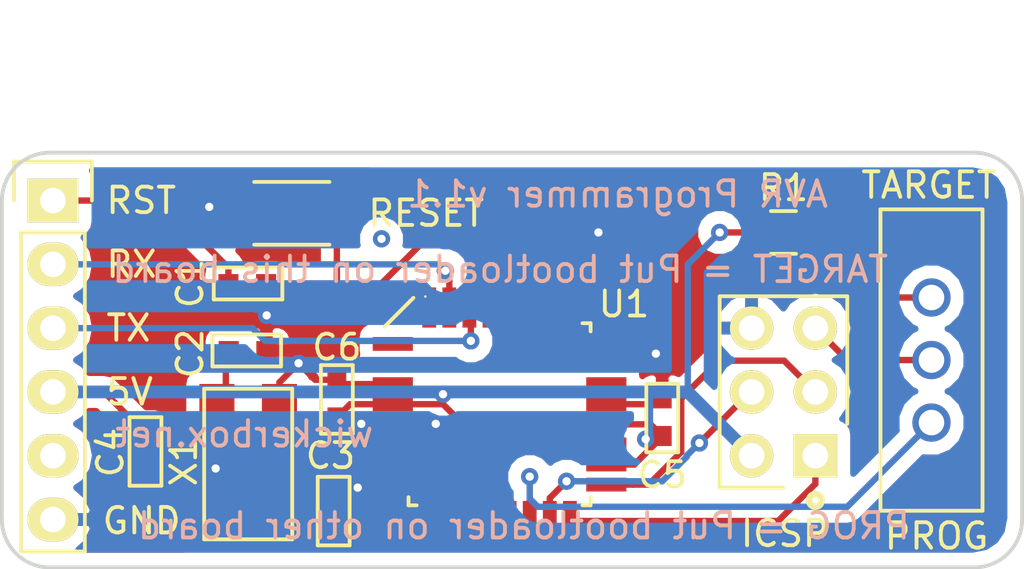
<source format=kicad_pcb>
(kicad_pcb (version 4) (host pcbnew 4.0.5-e0-6337~49~ubuntu16.04.1)

  (general
    (links 37)
    (no_connects 0)
    (area 99.338 69.5198 178.510001 123.265001)
    (thickness 1.6)
    (drawings 49)
    (tracks 151)
    (zones 0)
    (modules 13)
    (nets 14)
  )

  (page USLetter)
  (title_block
    (title "Atmega328-based AVR Programmer")
    (date "09 Jan 2017")
    (rev v1.0)
    (company "CERN Open Hardware License v1.2")
    (comment 1 jenner@wickerbox.net)
    (comment 2 http://wickerbox.net)
    (comment 3 "Wickerbox Electronics")
  )

  (layers
    (0 F.Cu signal)
    (31 B.Cu signal)
    (34 B.Paste user)
    (35 F.Paste user)
    (36 B.SilkS user)
    (37 F.SilkS user)
    (38 B.Mask user)
    (39 F.Mask user)
    (44 Edge.Cuts user)
    (46 B.CrtYd user)
    (47 F.CrtYd user)
    (48 B.Fab user hide)
    (49 F.Fab user)
  )

  (setup
    (last_trace_width 0.254)
    (user_trace_width 0.1524)
    (user_trace_width 0.254)
    (user_trace_width 0.3302)
    (user_trace_width 0.508)
    (user_trace_width 0.762)
    (user_trace_width 1.27)
    (trace_clearance 0.254)
    (zone_clearance 0.508)
    (zone_45_only no)
    (trace_min 0.1524)
    (segment_width 0.1524)
    (edge_width 0.1524)
    (via_size 0.6858)
    (via_drill 0.3302)
    (via_min_size 0.6858)
    (via_min_drill 0.3302)
    (user_via 0.6858 0.3302)
    (user_via 0.762 0.4064)
    (user_via 0.8636 0.508)
    (uvia_size 0.6858)
    (uvia_drill 0.3302)
    (uvias_allowed no)
    (uvia_min_size 0)
    (uvia_min_drill 0)
    (pcb_text_width 0.1524)
    (pcb_text_size 1.016 1.016)
    (mod_edge_width 0.1524)
    (mod_text_size 1.016 1.016)
    (mod_text_width 0.1524)
    (pad_size 1.524 1.524)
    (pad_drill 0.762)
    (pad_to_mask_clearance 0.0508)
    (solder_mask_min_width 0.1016)
    (pad_to_paste_clearance -0.0762)
    (aux_axis_origin 0 0)
    (visible_elements FFFEDF7D)
    (pcbplotparams
      (layerselection 0x310fc_80000001)
      (usegerberextensions true)
      (excludeedgelayer true)
      (linewidth 0.100000)
      (plotframeref false)
      (viasonmask false)
      (mode 1)
      (useauxorigin false)
      (hpglpennumber 1)
      (hpglpenspeed 20)
      (hpglpendiameter 15)
      (hpglpenoverlay 2)
      (psnegative false)
      (psa4output false)
      (plotreference true)
      (plotvalue true)
      (plotinvisibletext false)
      (padsonsilk false)
      (subtractmaskfromsilk false)
      (outputformat 1)
      (mirror false)
      (drillshape 0)
      (scaleselection 1)
      (outputdirectory gerbers))
  )

  (net 0 "")
  (net 1 /~RESET)
  (net 2 /FTDI_RESET)
  (net 3 "Net-(C2-Pad1)")
  (net 4 GND)
  (net 5 "Net-(C3-Pad1)")
  (net 6 /FTDI_RX/D1_TX)
  (net 7 /FTDI_TX/D0_RX)
  (net 8 /MISO)
  (net 9 /SCK)
  (net 10 /MOSI)
  (net 11 VIN)
  (net 12 /ISP_RST)
  (net 13 CS_D10)

  (net_class Default "This is the default net class."
    (clearance 0.254)
    (trace_width 0.254)
    (via_dia 0.6858)
    (via_drill 0.3302)
    (uvia_dia 0.6858)
    (uvia_drill 0.3302)
    (add_net /FTDI_RESET)
    (add_net /FTDI_RX/D1_TX)
    (add_net /FTDI_TX/D0_RX)
    (add_net /ISP_RST)
    (add_net /MISO)
    (add_net /MOSI)
    (add_net /SCK)
    (add_net /~RESET)
    (add_net CS_D10)
    (add_net GND)
    (add_net "Net-(C2-Pad1)")
    (add_net "Net-(C3-Pad1)")
    (add_net VIN)
  )

  (module Wickerlib:SWITCH-OMRON-MOMENTARY-SMD-B3U-1000P (layer F.Cu) (tedit 587457BC) (tstamp 587451C6)
    (at 110.9 77.978)
    (descr SW-B3F-10XX)
    (tags "Omron B3F-10xx")
    (path /572E9065)
    (fp_text reference S1 (at 1.778 0) (layer F.Fab)
      (effects (font (size 1 1) (thickness 0.15)))
    )
    (fp_text value RESET (at 1.524 0) (layer F.Fab) hide
      (effects (font (size 1 1) (thickness 0.15)))
    )
    (fp_text user %R (at 5.686 0) (layer F.SilkS) hide
      (effects (font (size 1 1) (thickness 0.15)))
    )
    (fp_line (start -0.762 -1.524) (end 4.318 -1.524) (layer F.Fab) (width 0.05))
    (fp_line (start -0.762 1.524) (end -0.762 -1.524) (layer F.Fab) (width 0.05))
    (fp_line (start 4.318 1.524) (end -0.762 1.524) (layer F.Fab) (width 0.05))
    (fp_line (start 4.318 -1.524) (end 4.318 1.524) (layer F.Fab) (width 0.05))
    (fp_line (start 4.318 1.524) (end 4.318 -1.524) (layer F.CrtYd) (width 0.05))
    (fp_line (start -0.762 1.524) (end 4.318 1.524) (layer F.CrtYd) (width 0.05))
    (fp_line (start -0.762 -1.524) (end -0.762 1.524) (layer F.CrtYd) (width 0.05))
    (fp_line (start 4.318 -1.524) (end -0.762 -1.524) (layer F.CrtYd) (width 0.05))
    (fp_line (start 0.10668 1.25) (end 3.10668 1.25) (layer F.SilkS) (width 0.15))
    (fp_line (start 0.10668 -1.25) (end 3.10668 -1.25) (layer F.SilkS) (width 0.15))
    (fp_line (start 0 2) (end 0 2) (layer F.SilkS) (width 0))
    (fp_line (start 6.92202 3.31318) (end 6.92202 3.31318) (layer F.SilkS) (width 0))
    (pad 2 smd rect (at 3.4 0) (size 0.8 1.7) (layers F.Cu F.Paste F.Mask)
      (net 1 /~RESET))
    (pad 1 smd rect (at 0 0) (size 0.8 1.7) (layers F.Cu F.Paste F.Mask)
      (net 4 GND))
  )

  (module Wickerlib:RLC-0603-SMD (layer F.Cu) (tedit 579029AB) (tstamp 58745182)
    (at 110.732 80.772 180)
    (descr "Capacitor SMD RLC-0603-SMD, reflow soldering, AVX (see smccp.pdf)")
    (tags "capacitor RLC-0603-SMD")
    (path /574C35BF)
    (attr smd)
    (fp_text reference C1 (at 0.09 0.04 180) (layer F.Fab)
      (effects (font (size 0.8 0.8) (thickness 0.15)))
    )
    (fp_text value 100nF (at 0 1.9 180) (layer F.Fab) hide
      (effects (font (size 1 1) (thickness 0.15)))
    )
    (fp_line (start -1.397 -0.635) (end -1.397 0.635) (layer F.SilkS) (width 0.1524))
    (fp_line (start 1.3335 -0.635) (end 1.3335 0.635) (layer F.SilkS) (width 0.1524))
    (fp_text user %R (at 2.274 0 270) (layer F.SilkS)
      (effects (font (size 1 1) (thickness 0.15)))
    )
    (fp_line (start -1.45 -0.75) (end 1.45 -0.75) (layer F.Fab) (width 0.05))
    (fp_line (start -1.45 0.75) (end 1.45 0.75) (layer F.CrtYd) (width 0.05))
    (fp_line (start -1.45 -0.75) (end -1.45 0.75) (layer F.CrtYd) (width 0.05))
    (fp_line (start 1.45 -0.75) (end 1.45 0.75) (layer F.CrtYd) (width 0.05))
    (fp_line (start -1.397 -0.635) (end 1.3335 -0.635) (layer F.SilkS) (width 0.15))
    (fp_line (start 1.3335 0.635) (end -1.397 0.635) (layer F.SilkS) (width 0.15))
    (fp_line (start -1.45 -0.75) (end 1.45 -0.75) (layer F.CrtYd) (width 0.05))
    (fp_line (start -1.45 -0.75) (end -1.45 0.75) (layer F.Fab) (width 0.05))
    (fp_line (start 1.45 -0.75) (end 1.45 0.75) (layer F.Fab) (width 0.05))
    (fp_line (start -1.45 0.75) (end 1.45 0.75) (layer F.Fab) (width 0.05))
    (pad 1 smd rect (at -0.75 0 180) (size 0.8 0.75) (layers F.Cu F.Paste F.Mask)
      (net 1 /~RESET))
    (pad 2 smd rect (at 0.75 0 180) (size 0.8 0.75) (layers F.Cu F.Paste F.Mask)
      (net 2 /FTDI_RESET))
  )

  (module Wickerlib:RLC-0603-SMD (layer F.Cu) (tedit 579029AB) (tstamp 58745188)
    (at 110.744 83.439)
    (descr "Capacitor SMD RLC-0603-SMD, reflow soldering, AVX (see smccp.pdf)")
    (tags "capacitor RLC-0603-SMD")
    (path /572E903D)
    (attr smd)
    (fp_text reference C2 (at 0.09 0.04) (layer F.Fab)
      (effects (font (size 0.8 0.8) (thickness 0.15)))
    )
    (fp_text value 22pF (at 0 1.9) (layer F.Fab) hide
      (effects (font (size 1 1) (thickness 0.15)))
    )
    (fp_line (start -1.397 -0.635) (end -1.397 0.635) (layer F.SilkS) (width 0.1524))
    (fp_line (start 1.3335 -0.635) (end 1.3335 0.635) (layer F.SilkS) (width 0.1524))
    (fp_text user %R (at -2.286 0.127 270) (layer F.SilkS)
      (effects (font (size 1 1) (thickness 0.15)))
    )
    (fp_line (start -1.45 -0.75) (end 1.45 -0.75) (layer F.Fab) (width 0.05))
    (fp_line (start -1.45 0.75) (end 1.45 0.75) (layer F.CrtYd) (width 0.05))
    (fp_line (start -1.45 -0.75) (end -1.45 0.75) (layer F.CrtYd) (width 0.05))
    (fp_line (start 1.45 -0.75) (end 1.45 0.75) (layer F.CrtYd) (width 0.05))
    (fp_line (start -1.397 -0.635) (end 1.3335 -0.635) (layer F.SilkS) (width 0.15))
    (fp_line (start 1.3335 0.635) (end -1.397 0.635) (layer F.SilkS) (width 0.15))
    (fp_line (start -1.45 -0.75) (end 1.45 -0.75) (layer F.CrtYd) (width 0.05))
    (fp_line (start -1.45 -0.75) (end -1.45 0.75) (layer F.Fab) (width 0.05))
    (fp_line (start 1.45 -0.75) (end 1.45 0.75) (layer F.Fab) (width 0.05))
    (fp_line (start -1.45 0.75) (end 1.45 0.75) (layer F.Fab) (width 0.05))
    (pad 1 smd rect (at -0.75 0) (size 0.8 0.75) (layers F.Cu F.Paste F.Mask)
      (net 3 "Net-(C2-Pad1)"))
    (pad 2 smd rect (at 0.75 0) (size 0.8 0.75) (layers F.Cu F.Paste F.Mask)
      (net 4 GND))
  )

  (module Wickerlib:RLC-0603-SMD (layer F.Cu) (tedit 579029AB) (tstamp 5874518E)
    (at 114.173 89.801 90)
    (descr "Capacitor SMD RLC-0603-SMD, reflow soldering, AVX (see smccp.pdf)")
    (tags "capacitor RLC-0603-SMD")
    (path /572E904B)
    (attr smd)
    (fp_text reference C3 (at 0.09 0.04 180) (layer F.Fab)
      (effects (font (size 0.8 0.8) (thickness 0.15)))
    )
    (fp_text value 22pF (at 0 1.9 90) (layer F.Fab) hide
      (effects (font (size 1 1) (thickness 0.15)))
    )
    (fp_line (start -1.397 -0.635) (end -1.397 0.635) (layer F.SilkS) (width 0.1524))
    (fp_line (start 1.3335 -0.635) (end 1.3335 0.635) (layer F.SilkS) (width 0.1524))
    (fp_text user %R (at 2.171 -0.127 180) (layer F.SilkS)
      (effects (font (size 1 1) (thickness 0.15)))
    )
    (fp_line (start -1.45 -0.75) (end 1.45 -0.75) (layer F.Fab) (width 0.05))
    (fp_line (start -1.45 0.75) (end 1.45 0.75) (layer F.CrtYd) (width 0.05))
    (fp_line (start -1.45 -0.75) (end -1.45 0.75) (layer F.CrtYd) (width 0.05))
    (fp_line (start 1.45 -0.75) (end 1.45 0.75) (layer F.CrtYd) (width 0.05))
    (fp_line (start -1.397 -0.635) (end 1.3335 -0.635) (layer F.SilkS) (width 0.15))
    (fp_line (start 1.3335 0.635) (end -1.397 0.635) (layer F.SilkS) (width 0.15))
    (fp_line (start -1.45 -0.75) (end 1.45 -0.75) (layer F.CrtYd) (width 0.05))
    (fp_line (start -1.45 -0.75) (end -1.45 0.75) (layer F.Fab) (width 0.05))
    (fp_line (start 1.45 -0.75) (end 1.45 0.75) (layer F.Fab) (width 0.05))
    (fp_line (start -1.45 0.75) (end 1.45 0.75) (layer F.Fab) (width 0.05))
    (pad 1 smd rect (at -0.75 0 90) (size 0.8 0.75) (layers F.Cu F.Paste F.Mask)
      (net 5 "Net-(C3-Pad1)"))
    (pad 2 smd rect (at 0.75 0 90) (size 0.8 0.75) (layers F.Cu F.Paste F.Mask)
      (net 4 GND))
  )

  (module Wickerlib:RLC-0603-SMD (layer F.Cu) (tedit 579029AB) (tstamp 5874519A)
    (at 127.254 86.094 90)
    (descr "Capacitor SMD RLC-0603-SMD, reflow soldering, AVX (see smccp.pdf)")
    (tags "capacitor RLC-0603-SMD")
    (path /57327818)
    (attr smd)
    (fp_text reference C5 (at 0.09 0.04 180) (layer F.Fab)
      (effects (font (size 0.8 0.8) (thickness 0.15)))
    )
    (fp_text value 100nF (at 0 1.9 90) (layer F.Fab) hide
      (effects (font (size 1 1) (thickness 0.15)))
    )
    (fp_line (start -1.397 -0.635) (end -1.397 0.635) (layer F.SilkS) (width 0.1524))
    (fp_line (start 1.3335 -0.635) (end 1.3335 0.635) (layer F.SilkS) (width 0.1524))
    (fp_text user %R (at -2.298 0 180) (layer F.SilkS)
      (effects (font (size 1 1) (thickness 0.15)))
    )
    (fp_line (start -1.45 -0.75) (end 1.45 -0.75) (layer F.Fab) (width 0.05))
    (fp_line (start -1.45 0.75) (end 1.45 0.75) (layer F.CrtYd) (width 0.05))
    (fp_line (start -1.45 -0.75) (end -1.45 0.75) (layer F.CrtYd) (width 0.05))
    (fp_line (start 1.45 -0.75) (end 1.45 0.75) (layer F.CrtYd) (width 0.05))
    (fp_line (start -1.397 -0.635) (end 1.3335 -0.635) (layer F.SilkS) (width 0.15))
    (fp_line (start 1.3335 0.635) (end -1.397 0.635) (layer F.SilkS) (width 0.15))
    (fp_line (start -1.45 -0.75) (end 1.45 -0.75) (layer F.CrtYd) (width 0.05))
    (fp_line (start -1.45 -0.75) (end -1.45 0.75) (layer F.Fab) (width 0.05))
    (fp_line (start 1.45 -0.75) (end 1.45 0.75) (layer F.Fab) (width 0.05))
    (fp_line (start -1.45 0.75) (end 1.45 0.75) (layer F.Fab) (width 0.05))
    (pad 1 smd rect (at -0.75 0 90) (size 0.8 0.75) (layers F.Cu F.Paste F.Mask)
      (net 11 VIN))
    (pad 2 smd rect (at 0.75 0 90) (size 0.8 0.75) (layers F.Cu F.Paste F.Mask)
      (net 4 GND))
  )

  (module Wickerlib:RLC-0603-SMD (layer F.Cu) (tedit 579029AB) (tstamp 587451A0)
    (at 114.3 85.356 90)
    (descr "Capacitor SMD RLC-0603-SMD, reflow soldering, AVX (see smccp.pdf)")
    (tags "capacitor RLC-0603-SMD")
    (path /57327B4E)
    (attr smd)
    (fp_text reference C6 (at 0.09 0.04 180) (layer F.Fab)
      (effects (font (size 0.8 0.8) (thickness 0.15)))
    )
    (fp_text value 100nF (at 0 1.9 90) (layer F.Fab) hide
      (effects (font (size 1 1) (thickness 0.15)))
    )
    (fp_line (start -1.397 -0.635) (end -1.397 0.635) (layer F.SilkS) (width 0.1524))
    (fp_line (start 1.3335 -0.635) (end 1.3335 0.635) (layer F.SilkS) (width 0.1524))
    (fp_text user %R (at 2.044 0 180) (layer F.SilkS)
      (effects (font (size 1 1) (thickness 0.15)))
    )
    (fp_line (start -1.45 -0.75) (end 1.45 -0.75) (layer F.Fab) (width 0.05))
    (fp_line (start -1.45 0.75) (end 1.45 0.75) (layer F.CrtYd) (width 0.05))
    (fp_line (start -1.45 -0.75) (end -1.45 0.75) (layer F.CrtYd) (width 0.05))
    (fp_line (start 1.45 -0.75) (end 1.45 0.75) (layer F.CrtYd) (width 0.05))
    (fp_line (start -1.397 -0.635) (end 1.3335 -0.635) (layer F.SilkS) (width 0.15))
    (fp_line (start 1.3335 0.635) (end -1.397 0.635) (layer F.SilkS) (width 0.15))
    (fp_line (start -1.45 -0.75) (end 1.45 -0.75) (layer F.CrtYd) (width 0.05))
    (fp_line (start -1.45 -0.75) (end -1.45 0.75) (layer F.Fab) (width 0.05))
    (fp_line (start 1.45 -0.75) (end 1.45 0.75) (layer F.Fab) (width 0.05))
    (fp_line (start -1.45 0.75) (end 1.45 0.75) (layer F.Fab) (width 0.05))
    (pad 1 smd rect (at -0.75 0 90) (size 0.8 0.75) (layers F.Cu F.Paste F.Mask)
      (net 11 VIN))
    (pad 2 smd rect (at 0.75 0 90) (size 0.8 0.75) (layers F.Cu F.Paste F.Mask)
      (net 4 GND))
  )

  (module Wickerlib:CONN-HEADER-STRAIGHT-P2.54MM-1x06 (layer F.Cu) (tedit 58745455) (tstamp 587451B0)
    (at 102.997 77.47)
    (descr "Through hole pin header")
    (tags "pin header")
    (path /574C434D)
    (fp_text reference J1 (at -0.01 6.35 180) (layer F.Fab)
      (effects (font (size 2.032 2.032) (thickness 0.254)))
    )
    (fp_text value FTDI (at -2.63 6.86 90) (layer F.Fab) hide
      (effects (font (size 1 1) (thickness 0.15)))
    )
    (fp_text user %R (at 0.14 -2.74) (layer F.SilkS) hide
      (effects (font (size 1 1) (thickness 0.15)))
    )
    (fp_line (start -1.75 -1.75) (end -1.75 14.45) (layer F.CrtYd) (width 0.05))
    (fp_line (start 1.75 -1.75) (end 1.75 14.45) (layer F.CrtYd) (width 0.05))
    (fp_line (start -1.75 -1.75) (end 1.75 -1.75) (layer F.CrtYd) (width 0.05))
    (fp_line (start -1.75 14.45) (end 1.75 14.45) (layer F.CrtYd) (width 0.05))
    (fp_line (start 1.27 1.27) (end 1.27 13.97) (layer F.SilkS) (width 0.15))
    (fp_line (start 1.27 13.97) (end -1.27 13.97) (layer F.SilkS) (width 0.15))
    (fp_line (start -1.27 13.97) (end -1.27 1.27) (layer F.SilkS) (width 0.15))
    (fp_line (start 1.55 -1.55) (end 1.55 0) (layer F.SilkS) (width 0.15))
    (fp_line (start 1.27 1.27) (end -1.27 1.27) (layer F.SilkS) (width 0.15))
    (fp_line (start -1.55 0) (end -1.55 -1.55) (layer F.SilkS) (width 0.15))
    (fp_line (start -1.55 -1.55) (end 1.55 -1.55) (layer F.SilkS) (width 0.15))
    (fp_line (start -1.75 -1.75) (end -1.75 14.45) (layer F.Fab) (width 0.05))
    (fp_line (start -1.76 -1.74) (end 1.74 -1.74) (layer F.Fab) (width 0.05))
    (fp_line (start 1.73 -1.76) (end 1.73 14.44) (layer F.Fab) (width 0.05))
    (fp_line (start -1.77 14.43) (end 1.73 14.43) (layer F.Fab) (width 0.05))
    (pad 1 thru_hole rect (at 0 0) (size 2.032 1.7272) (drill 1.016) (layers *.Cu *.Mask F.SilkS)
      (net 2 /FTDI_RESET))
    (pad 2 thru_hole oval (at 0 2.54) (size 2.032 1.7272) (drill 1.016) (layers *.Cu *.Mask F.SilkS)
      (net 6 /FTDI_RX/D1_TX))
    (pad 3 thru_hole oval (at 0 5.08) (size 2.032 1.7272) (drill 1.016) (layers *.Cu *.Mask F.SilkS)
      (net 7 /FTDI_TX/D0_RX))
    (pad 4 thru_hole oval (at 0 7.62) (size 2.032 1.7272) (drill 1.016) (layers *.Cu *.Mask F.SilkS)
      (net 11 VIN))
    (pad 5 thru_hole oval (at 0 10.16) (size 2.032 1.7272) (drill 1.016) (layers *.Cu *.Mask F.SilkS))
    (pad 6 thru_hole oval (at 0 12.7) (size 2.032 1.7272) (drill 1.016) (layers *.Cu *.Mask F.SilkS)
      (net 4 GND))
  )

  (module Wickerlib:RLC-0805-SMD (layer F.Cu) (tedit 57904162) (tstamp 587451C0)
    (at 132.08 78.74)
    (descr "Capacitor SMD RLC-0805-SMD, reflow soldering, AVX (see smccp.pdf)")
    (tags "capacitor RLC-0805-SMD")
    (path /572E90A9)
    (attr smd)
    (fp_text reference R1 (at 0 0 180) (layer F.Fab)
      (effects (font (size 1 1) (thickness 0.15)))
    )
    (fp_text value 10K (at 0 0) (layer F.Fab) hide
      (effects (font (size 1 1) (thickness 0.15)))
    )
    (fp_text user %R (at 0 -1.778 180) (layer F.SilkS)
      (effects (font (size 1 1) (thickness 0.15)))
    )
    (fp_line (start 1.778 1.016) (end 1.778 -1.016) (layer F.Fab) (width 0.05))
    (fp_line (start -1.778 1.016) (end 1.778 1.016) (layer F.Fab) (width 0.05))
    (fp_line (start -1.778 -1.016) (end -1.778 1.016) (layer F.Fab) (width 0.05))
    (fp_line (start 1.778 -1.016) (end -1.778 -1.016) (layer F.Fab) (width 0.05))
    (fp_line (start -1.8 -1) (end 1.8 -1) (layer F.CrtYd) (width 0.05))
    (fp_line (start -1.8 1) (end 1.8 1) (layer F.CrtYd) (width 0.05))
    (fp_line (start -1.8 -1) (end -1.8 1) (layer F.CrtYd) (width 0.05))
    (fp_line (start 1.8 -1) (end 1.8 1) (layer F.CrtYd) (width 0.05))
    (fp_line (start 0.5 -0.85) (end -0.5 -0.85) (layer F.SilkS) (width 0.15))
    (fp_line (start -0.5 0.85) (end 0.5 0.85) (layer F.SilkS) (width 0.15))
    (pad 1 smd rect (at -1 0) (size 1 1.25) (layers F.Cu F.Paste F.Mask)
      (net 11 VIN))
    (pad 2 smd rect (at 1 0) (size 1 1.25) (layers F.Cu F.Paste F.Mask)
      (net 1 /~RESET))
  )

  (module Wickerlib:CRYSTAL-CTS-4SMD (layer F.Cu) (tedit 58156A29) (tstamp 587451F2)
    (at 110.5408 88.011 270)
    (path /572E8F94)
    (fp_text reference X1 (at 0 -0.4572 360) (layer F.Fab)
      (effects (font (size 2.032 2.032) (thickness 0.254)))
    )
    (fp_text value "16MHz 18pF" (at 0 0 270) (layer F.Fab) hide
      (effects (font (size 1 1) (thickness 0.15)))
    )
    (fp_line (start -3.556 -2.54) (end 3.556 -2.54) (layer F.Fab) (width 0.05))
    (fp_line (start -3.556 2.032) (end -3.556 -2.54) (layer F.Fab) (width 0.05))
    (fp_line (start 3.556 2.032) (end -3.556 2.032) (layer F.Fab) (width 0.05))
    (fp_line (start 3.556 -2.54) (end 3.556 2.032) (layer F.Fab) (width 0.05))
    (fp_text user %R (at -0.127 2.3368 270) (layer F.SilkS)
      (effects (font (size 1 1) (thickness 0.15)))
    )
    (fp_line (start 3.556 2.032) (end 3.302 2.032) (layer F.CrtYd) (width 0.05))
    (fp_line (start 3.556 -2.54) (end 3.556 2.032) (layer F.CrtYd) (width 0.05))
    (fp_line (start 3.302 -2.54) (end 3.556 -2.54) (layer F.CrtYd) (width 0.05))
    (fp_line (start -3.556 2.032) (end 3.302 2.032) (layer F.CrtYd) (width 0.05))
    (fp_line (start -3.556 -2.54) (end -3.556 2.032) (layer F.CrtYd) (width 0.05))
    (fp_line (start 3.302 -2.54) (end -3.556 -2.54) (layer F.CrtYd) (width 0.05))
    (fp_circle (center -2.286 1.016) (end -2.032 1.016) (layer F.Fab) (width 0.2))
    (fp_line (start -3.048 1.524) (end -3.048 -1.9812) (layer F.SilkS) (width 0.1524))
    (fp_line (start -3.048 1.524) (end 2.9464 1.524) (layer F.SilkS) (width 0.1524))
    (fp_line (start -3.048 -1.9812) (end 2.9464 -1.9812) (layer F.SilkS) (width 0.1524))
    (fp_line (start 2.9464 1.524) (end 2.9464 -1.9812) (layer F.SilkS) (width 0.1524))
    (pad 3 smd rect (at 2.1844 -1.4732 270) (size 1.905 1.397) (layers F.Cu F.Paste F.Mask)
      (net 5 "Net-(C3-Pad1)"))
    (pad 4 smd rect (at -2.286 -1.4732 270) (size 1.905 1.397) (layers F.Cu F.Paste F.Mask)
      (net 4 GND))
    (pad 2 smd rect (at 2.1844 1.016 270) (size 1.905 1.397) (layers F.Cu F.Paste F.Mask)
      (net 4 GND))
    (pad 1 smd rect (at -2.286 1.016 270) (size 1.905 1.397) (layers F.Cu F.Paste F.Mask)
      (net 3 "Net-(C2-Pad1)"))
  )

  (module Wickerlib:TQFP-32-7x7MM-P0.8MM (layer F.Cu) (tedit 587459A6) (tstamp 587451EA)
    (at 120.777 85.979)
    (descr "32-Lead Plastic Thin Quad Flatpack (PT) - 7x7x1.0 mm Body, 2.00 mm [TQFP] (see Microchip Packaging Specification 00000049BS.pdf)")
    (tags "QFP 0.8")
    (path /586895A2)
    (attr smd)
    (fp_text reference U1 (at 0 0) (layer F.Fab)
      (effects (font (size 1 1) (thickness 0.15)))
    )
    (fp_text value ATMEGA328 (at 0 6.05) (layer F.Fab) hide
      (effects (font (size 1 1) (thickness 0.15)))
    )
    (fp_line (start -3.429 -4.6355) (end -4.572 -3.4925) (layer F.SilkS) (width 0.1524))
    (fp_line (start -5.334 -4.2545) (end -4.0005 -5.334) (layer F.Fab) (width 0.04572))
    (fp_circle (center -4.318 -4.191) (end -4.064 -4.0005) (layer F.Fab) (width 0.1524))
    (fp_line (start 5.334 5.334) (end 5.334 -5.334) (layer F.Fab) (width 0.05))
    (fp_line (start -5.334 5.334) (end 5.334 5.334) (layer F.Fab) (width 0.05))
    (fp_line (start -5.334 -4.2545) (end -5.334 5.334) (layer F.Fab) (width 0.05))
    (fp_line (start 5.334 -5.334) (end -4.0005 -5.334) (layer F.Fab) (width 0.05))
    (fp_text user %R (at 4.953 -4.386 180) (layer F.SilkS)
      (effects (font (size 1 1) (thickness 0.15)))
    )
    (fp_line (start -5.3 -5.3) (end -5.3 5.3) (layer F.CrtYd) (width 0.05))
    (fp_line (start 5.3 -5.3) (end 5.3 5.3) (layer F.CrtYd) (width 0.05))
    (fp_line (start -5.3 -5.3) (end 5.3 -5.3) (layer F.CrtYd) (width 0.05))
    (fp_line (start -5.3 5.3) (end 5.3 5.3) (layer F.CrtYd) (width 0.05))
    (fp_line (start 3.625 -3.625) (end 3.625 -3.3) (layer F.SilkS) (width 0.15))
    (fp_line (start 3.625 3.625) (end 3.625 3.3) (layer F.SilkS) (width 0.15))
    (fp_line (start -3.625 3.625) (end -3.625 3.3) (layer F.SilkS) (width 0.15))
    (fp_line (start -3.625 3.625) (end -3.3 3.625) (layer F.SilkS) (width 0.15))
    (fp_line (start 3.625 3.625) (end 3.3 3.625) (layer F.SilkS) (width 0.15))
    (fp_line (start 3.625 -3.625) (end 3.3 -3.625) (layer F.SilkS) (width 0.15))
    (pad 1 smd rect (at -4.25 -2.8) (size 1.6 0.55) (layers F.Cu F.Paste F.Mask))
    (pad 2 smd rect (at -4.25 -2) (size 1.6 0.55) (layers F.Cu F.Paste F.Mask))
    (pad 3 smd rect (at -4.25 -1.2) (size 1.6 0.55) (layers F.Cu F.Paste F.Mask)
      (net 4 GND))
    (pad 4 smd rect (at -4.25 -0.4) (size 1.6 0.55) (layers F.Cu F.Paste F.Mask)
      (net 11 VIN))
    (pad 5 smd rect (at -4.25 0.4) (size 1.6 0.55) (layers F.Cu F.Paste F.Mask)
      (net 4 GND))
    (pad 6 smd rect (at -4.25 1.2) (size 1.6 0.55) (layers F.Cu F.Paste F.Mask)
      (net 11 VIN))
    (pad 7 smd rect (at -4.25 2) (size 1.6 0.55) (layers F.Cu F.Paste F.Mask)
      (net 3 "Net-(C2-Pad1)"))
    (pad 8 smd rect (at -4.25 2.8) (size 1.6 0.55) (layers F.Cu F.Paste F.Mask)
      (net 5 "Net-(C3-Pad1)"))
    (pad 9 smd rect (at -2.8 4.25 90) (size 1.6 0.55) (layers F.Cu F.Paste F.Mask))
    (pad 10 smd rect (at -2 4.25 90) (size 1.6 0.55) (layers F.Cu F.Paste F.Mask))
    (pad 11 smd rect (at -1.2 4.25 90) (size 1.6 0.55) (layers F.Cu F.Paste F.Mask))
    (pad 12 smd rect (at -0.4 4.25 90) (size 1.6 0.55) (layers F.Cu F.Paste F.Mask))
    (pad 13 smd rect (at 0.4 4.25 90) (size 1.6 0.55) (layers F.Cu F.Paste F.Mask))
    (pad 14 smd rect (at 1.2 4.25 90) (size 1.6 0.55) (layers F.Cu F.Paste F.Mask)
      (net 13 CS_D10))
    (pad 15 smd rect (at 2 4.25 90) (size 1.6 0.55) (layers F.Cu F.Paste F.Mask)
      (net 10 /MOSI))
    (pad 16 smd rect (at 2.8 4.25 90) (size 1.6 0.55) (layers F.Cu F.Paste F.Mask)
      (net 8 /MISO))
    (pad 17 smd rect (at 4.25 2.8) (size 1.6 0.55) (layers F.Cu F.Paste F.Mask)
      (net 9 /SCK))
    (pad 18 smd rect (at 4.25 2) (size 1.6 0.55) (layers F.Cu F.Paste F.Mask)
      (net 11 VIN))
    (pad 19 smd rect (at 4.25 1.2) (size 1.6 0.55) (layers F.Cu F.Paste F.Mask))
    (pad 20 smd rect (at 4.25 0.4) (size 1.6 0.55) (layers F.Cu F.Paste F.Mask)
      (net 11 VIN))
    (pad 21 smd rect (at 4.25 -0.4) (size 1.6 0.55) (layers F.Cu F.Paste F.Mask)
      (net 4 GND))
    (pad 22 smd rect (at 4.25 -1.2) (size 1.6 0.55) (layers F.Cu F.Paste F.Mask))
    (pad 23 smd rect (at 4.25 -2) (size 1.6 0.55) (layers F.Cu F.Paste F.Mask))
    (pad 24 smd rect (at 4.25 -2.8) (size 1.6 0.55) (layers F.Cu F.Paste F.Mask))
    (pad 25 smd rect (at 2.8 -4.25 90) (size 1.6 0.55) (layers F.Cu F.Paste F.Mask))
    (pad 26 smd rect (at 2 -4.25 90) (size 1.6 0.55) (layers F.Cu F.Paste F.Mask))
    (pad 27 smd rect (at 1.2 -4.25 90) (size 1.6 0.55) (layers F.Cu F.Paste F.Mask))
    (pad 28 smd rect (at 0.4 -4.25 90) (size 1.6 0.55) (layers F.Cu F.Paste F.Mask))
    (pad 29 smd rect (at -0.4 -4.25 90) (size 1.6 0.55) (layers F.Cu F.Paste F.Mask)
      (net 1 /~RESET))
    (pad 30 smd rect (at -1.2 -4.25 90) (size 1.6 0.55) (layers F.Cu F.Paste F.Mask)
      (net 7 /FTDI_TX/D0_RX))
    (pad 31 smd rect (at -2 -4.25 90) (size 1.6 0.55) (layers F.Cu F.Paste F.Mask)
      (net 6 /FTDI_RX/D1_TX))
    (pad 32 smd rect (at -2.8 -4.25 90) (size 1.6 0.55) (layers F.Cu F.Paste F.Mask))
  )

  (module Wickerlib:RLC-0603-SMD (layer F.Cu) (tedit 579029AB) (tstamp 589D5570)
    (at 106.68 87.491 270)
    (descr "Capacitor SMD RLC-0603-SMD, reflow soldering, AVX (see smccp.pdf)")
    (tags "capacitor RLC-0603-SMD")
    (path /589D7A38)
    (attr smd)
    (fp_text reference C4 (at 0.09 0.04 270) (layer F.Fab)
      (effects (font (size 0.8 0.8) (thickness 0.15)))
    )
    (fp_text value 1uF (at 0 1.9 270) (layer F.Fab) hide
      (effects (font (size 1 1) (thickness 0.15)))
    )
    (fp_line (start -1.397 -0.635) (end -1.397 0.635) (layer F.SilkS) (width 0.1524))
    (fp_line (start 1.3335 -0.635) (end 1.3335 0.635) (layer F.SilkS) (width 0.1524))
    (fp_text user %R (at 0.012 1.397 270) (layer F.SilkS)
      (effects (font (size 1 1) (thickness 0.15)))
    )
    (fp_line (start -1.45 -0.75) (end 1.45 -0.75) (layer F.Fab) (width 0.05))
    (fp_line (start -1.45 0.75) (end 1.45 0.75) (layer F.CrtYd) (width 0.05))
    (fp_line (start -1.45 -0.75) (end -1.45 0.75) (layer F.CrtYd) (width 0.05))
    (fp_line (start 1.45 -0.75) (end 1.45 0.75) (layer F.CrtYd) (width 0.05))
    (fp_line (start -1.397 -0.635) (end 1.3335 -0.635) (layer F.SilkS) (width 0.15))
    (fp_line (start 1.3335 0.635) (end -1.397 0.635) (layer F.SilkS) (width 0.15))
    (fp_line (start -1.45 -0.75) (end 1.45 -0.75) (layer F.CrtYd) (width 0.05))
    (fp_line (start -1.45 -0.75) (end -1.45 0.75) (layer F.Fab) (width 0.05))
    (fp_line (start 1.45 -0.75) (end 1.45 0.75) (layer F.Fab) (width 0.05))
    (fp_line (start -1.45 0.75) (end 1.45 0.75) (layer F.Fab) (width 0.05))
    (pad 1 smd rect (at -0.75 0 270) (size 0.8 0.75) (layers F.Cu F.Paste F.Mask)
      (net 11 VIN))
    (pad 2 smd rect (at 0.75 0 270) (size 0.8 0.75) (layers F.Cu F.Paste F.Mask)
      (net 4 GND))
  )

  (module Wickerlib:CONN-HEADER-STRAIGHT-P2.54MM-2x03 (layer F.Cu) (tedit 589D56B3) (tstamp 587451BA)
    (at 133.35 87.63 180)
    (descr "Through hole pin header")
    (tags "pin header")
    (path /5745627C)
    (fp_text reference J2 (at 1.27 2.54 180) (layer F.Fab)
      (effects (font (size 1 1) (thickness 0.15)))
    )
    (fp_text value ISP-2560 (at 3.556 2.794 270) (layer F.Fab) hide
      (effects (font (size 1 1) (thickness 0.15)))
    )
    (fp_circle (center 0 -1.778) (end 0.254 -1.778) (layer F.SilkS) (width 0.254))
    (fp_text user %R (at -0.254 -2.54 180) (layer F.SilkS) hide
      (effects (font (size 1 1) (thickness 0.15)))
    )
    (fp_line (start 4.318 6.858) (end 4.318 -1.778) (layer F.Fab) (width 0.05))
    (fp_line (start -1.778 6.858) (end 4.318 6.858) (layer F.Fab) (width 0.05))
    (fp_line (start -1.778 -1.778) (end -1.778 6.858) (layer F.Fab) (width 0.05))
    (fp_line (start 4.318 -1.778) (end -1.778 -1.778) (layer F.Fab) (width 0.05))
    (fp_circle (center 0 0) (end 0 0.254) (layer F.Fab) (width 0.2))
    (fp_line (start -1.27 1.27) (end -1.27 6.35) (layer F.SilkS) (width 0.15))
    (fp_line (start -1.75 -1.75) (end -1.75 6.85) (layer F.CrtYd) (width 0.05))
    (fp_line (start 4.3 -1.75) (end 4.3 6.85) (layer F.CrtYd) (width 0.05))
    (fp_line (start -1.75 -1.75) (end 4.3 -1.75) (layer F.CrtYd) (width 0.05))
    (fp_line (start -1.75 6.85) (end 4.3 6.85) (layer F.CrtYd) (width 0.05))
    (fp_line (start -1.27 6.35) (end 3.81 6.35) (layer F.SilkS) (width 0.15))
    (fp_line (start 3.81 6.35) (end 3.81 1.27) (layer F.SilkS) (width 0.15))
    (fp_line (start 3.81 -1.27) (end 1.27 -1.27) (layer F.SilkS) (width 0.15))
    (fp_line (start 3.81 1.27) (end 3.81 -1.27) (layer F.SilkS) (width 0.15))
    (pad 1 thru_hole rect (at 0 0 180) (size 1.7272 1.7272) (drill 1.016) (layers *.Cu *.Mask F.SilkS)
      (net 8 /MISO))
    (pad 2 thru_hole oval (at 2.54 0 180) (size 1.7272 1.7272) (drill 1.016) (layers *.Cu *.Mask F.SilkS)
      (net 11 VIN))
    (pad 3 thru_hole oval (at 0 2.54 180) (size 1.7272 1.7272) (drill 1.016) (layers *.Cu *.Mask F.SilkS)
      (net 9 /SCK))
    (pad 4 thru_hole oval (at 2.54 2.54 180) (size 1.7272 1.7272) (drill 1.016) (layers *.Cu *.Mask F.SilkS)
      (net 10 /MOSI))
    (pad 5 thru_hole oval (at 0 5.08 180) (size 1.7272 1.7272) (drill 1.016) (layers *.Cu *.Mask F.SilkS)
      (net 12 /ISP_RST))
    (pad 6 thru_hole oval (at 2.54 5.08 180) (size 1.7272 1.7272) (drill 1.016) (layers *.Cu *.Mask F.SilkS)
      (net 4 GND))
  )

  (module Wickerlib:SWITCH-ESWITCH-SLIDE-TH-EG1218 (layer F.Cu) (tedit 589D5822) (tstamp 589D5584)
    (at 137.9728 83.82 270)
    (path /589D53FB)
    (fp_text reference S2 (at 0 0 360) (layer F.Fab)
      (effects (font (size 1 1) (thickness 0.15)))
    )
    (fp_text value SLIDE (at 0 2 270) (layer F.Fab) hide
      (effects (font (size 1 1) (thickness 0.15)))
    )
    (fp_line (start 6.25 2.25) (end 6.25 -2.25) (layer F.Fab) (width 0.04064))
    (fp_line (start -6.25 2.25) (end 6.25 2.25) (layer F.Fab) (width 0.04064))
    (fp_line (start -6.25 -2.25) (end -6.25 2.25) (layer F.Fab) (width 0.04064))
    (fp_line (start 6.25 -2.25) (end -6.25 -2.25) (layer F.Fab) (width 0.04064))
    (fp_line (start 6.25 2.25) (end 6.25 -2.25) (layer F.CrtYd) (width 0.04064))
    (fp_line (start -6.25 2.25) (end 6.25 2.25) (layer F.CrtYd) (width 0.04064))
    (fp_line (start -6.25 -2.25) (end -6.25 2.25) (layer F.CrtYd) (width 0.04064))
    (fp_line (start 6.25 -2.25) (end -6.25 -2.25) (layer F.CrtYd) (width 0.04064))
    (fp_text user %R (at 7.0612 0 360) (layer F.SilkS) hide
      (effects (font (size 1 1) (thickness 0.15)))
    )
    (fp_line (start -6 -2.032) (end -6 2.032) (layer F.SilkS) (width 0.1524))
    (fp_line (start 6 -2.032) (end -6 -2.032) (layer F.SilkS) (width 0.1524))
    (fp_line (start 6 2.032) (end -6 2.032) (layer F.SilkS) (width 0.1524))
    (fp_line (start 6 -2.032) (end 6 2.032) (layer F.SilkS) (width 0.1524))
    (pad 2 thru_hole circle (at 0 0 270) (size 1.524 1.524) (drill 1.016) (layers *.Cu *.Mask)
      (net 12 /ISP_RST))
    (pad 3 thru_hole circle (at 2.4892 0 270) (size 1.524 1.524) (drill 1.016) (layers *.Cu *.Mask)
      (net 13 CS_D10))
    (pad 1 thru_hole circle (at -2.4892 0 270) (size 1.524 1.524) (drill 1.016) (layers *.Cu *.Mask)
      (net 1 /~RESET))
  )

  (gr_text "PROG = Put bootloader on other board" (at 121.7422 90.424) (layer B.SilkS)
    (effects (font (size 1.016 1.016) (thickness 0.1524)) (justify mirror))
  )
  (gr_text "TARGET = Put bootloader on this board" (at 120.8024 80.2132) (layer B.SilkS)
    (effects (font (size 1.016 1.016) (thickness 0.1524)) (justify mirror))
  )
  (gr_text TARGET (at 137.8712 76.8604) (layer F.SilkS) (tstamp 589D56A1)
    (effects (font (size 1.016 1.016) (thickness 0.1524)))
  )
  (gr_text PROG (at 138.176 90.8304) (layer F.SilkS)
    (effects (font (size 1.016 1.016) (thickness 0.1524)))
  )
  (gr_text "Assembly Diagram\nAVR Programmer v1.1\n2/9/17" (at 141.224 71.9836) (layer F.Fab)
    (effects (font (size 1.016 1.016) (thickness 0.1524)) (justify right))
  )
  (gr_text wickerbox.net (at 110.617 86.7664) (layer B.SilkS)
    (effects (font (size 1.016 1.016) (thickness 0.1524)) (justify mirror))
  )
  (gr_text "AVR Programmer v1.1" (at 125.476 77.216) (layer B.SilkS)
    (effects (font (size 1.016 1.016) (thickness 0.1524)) (justify mirror))
  )
  (gr_line (start 129.54 92.075) (end 102.87 92.075) (layer F.Fab) (width 0.1524))
  (gr_line (start 139.7254 92.075) (end 127.2794 92.075) (layer F.Fab) (width 0.1524))
  (gr_line (start 141.5796 77.47) (end 141.5796 90.17) (layer F.Fab) (width 0.1524))
  (gr_line (start 139.8016 75.565) (end 102.87 75.565) (layer F.Fab) (width 0.1524))
  (gr_line (start 100.965 77.47) (end 100.965 90.17) (layer F.Fab) (width 0.1524))
  (gr_arc (start 102.87 90.17) (end 102.87 92.075) (angle 90) (layer F.Fab) (width 0.1524))
  (gr_arc (start 102.87 77.47) (end 100.965 77.47) (angle 90) (layer F.Fab) (width 0.1524))
  (gr_arc (start 139.6746 90.17) (end 141.5796 90.17) (angle 90) (layer F.Fab) (width 0.1524))
  (gr_arc (start 139.6746 77.47) (end 139.6746 75.565) (angle 90) (layer F.Fab) (width 0.1524))
  (gr_line (start 129.54 92.075) (end 102.87 92.075) (layer Edge.Cuts) (width 0.1524))
  (gr_line (start 139.7762 92.075) (end 129.54 92.075) (layer Edge.Cuts) (width 0.1524))
  (gr_line (start 141.5796 77.47) (end 141.5796 90.17) (layer Edge.Cuts) (width 0.1524))
  (gr_line (start 139.8016 75.565) (end 102.87 75.565) (layer Edge.Cuts) (width 0.1524))
  (gr_line (start 100.965 77.47) (end 100.965 90.17) (layer Edge.Cuts) (width 0.1524))
  (gr_arc (start 102.87 90.17) (end 102.87 92.075) (angle 90) (layer Edge.Cuts) (width 0.1524))
  (gr_arc (start 102.87 77.47) (end 100.965 77.47) (angle 90) (layer Edge.Cuts) (width 0.1524))
  (gr_arc (start 139.6746 90.17) (end 141.5796 90.17) (angle 90) (layer Edge.Cuts) (width 0.1524))
  (gr_arc (start 139.6746 77.47) (end 139.6746 75.565) (angle 90) (layer Edge.Cuts) (width 0.1524))
  (gr_text RESET (at 117.856 77.978) (layer F.SilkS)
    (effects (font (size 1.016 1.016) (thickness 0.1524)))
  )
  (gr_text GND (at 106.5276 90.2208) (layer F.SilkS)
    (effects (font (size 1.016 1.016) (thickness 0.1524)))
  )
  (gr_text 5V (at 106.051048 85.09) (layer F.SilkS)
    (effects (font (size 1.016 1.016) (thickness 0.1524)))
  )
  (gr_text TX (at 106.002667 82.55) (layer F.SilkS)
    (effects (font (size 1.016 1.016) (thickness 0.1524)))
  )
  (gr_text RX (at 106.123619 80.01) (layer F.SilkS)
    (effects (font (size 1.016 1.016) (thickness 0.1524)))
  )
  (gr_text RST (at 106.510667 77.47) (layer F.SilkS)
    (effects (font (size 1.016 1.016) (thickness 0.1524)))
  )
  (gr_text ICSP (at 132.1308 90.7288) (layer F.SilkS)
    (effects (font (size 1.016 1.016) (thickness 0.1524)))
  )
  (gr_circle (center 117.348 76.962) (end 118.618 76.962) (layer Dwgs.User) (width 0.15))
  (gr_line (start 114.427 78.994) (end 114.427 74.93) (angle 90) (layer Dwgs.User) (width 0.15))
  (gr_line (start 120.269 78.994) (end 114.427 78.994) (angle 90) (layer Dwgs.User) (width 0.15))
  (gr_line (start 120.269 74.93) (end 120.269 78.994) (angle 90) (layer Dwgs.User) (width 0.15))
  (gr_line (start 114.427 74.93) (end 120.269 74.93) (angle 90) (layer Dwgs.User) (width 0.15))
  (gr_line (start 120.523 93.98) (end 104.648 93.98) (angle 90) (layer Dwgs.User) (width 0.15))
  (gr_line (start 173.355 102.235) (end 173.355 94.615) (angle 90) (layer Dwgs.User) (width 0.15))
  (gr_line (start 178.435 102.235) (end 173.355 102.235) (angle 90) (layer Dwgs.User) (width 0.15))
  (gr_line (start 178.435 94.615) (end 178.435 102.235) (angle 90) (layer Dwgs.User) (width 0.15))
  (gr_line (start 173.355 94.615) (end 178.435 94.615) (angle 90) (layer Dwgs.User) (width 0.15))
  (gr_line (start 109.093 123.19) (end 109.093 114.3) (angle 90) (layer Dwgs.User) (width 0.15))
  (gr_line (start 122.428 123.19) (end 109.093 123.19) (angle 90) (layer Dwgs.User) (width 0.15))
  (gr_line (start 122.428 114.3) (end 122.428 123.19) (angle 90) (layer Dwgs.User) (width 0.15))
  (gr_line (start 109.093 114.3) (end 122.428 114.3) (angle 90) (layer Dwgs.User) (width 0.15))
  (gr_line (start 104.648 93.98) (end 104.648 82.55) (angle 90) (layer Dwgs.User) (width 0.15))
  (gr_line (start 120.523 82.55) (end 120.523 93.98) (angle 90) (layer Dwgs.User) (width 0.15))
  (gr_line (start 104.648 82.55) (end 120.523 82.55) (angle 90) (layer Dwgs.User) (width 0.15))

  (via (at 116.078 78.994) (size 0.6858) (drill 0.3302) (layers F.Cu B.Cu) (net 0))
  (segment (start 135.6708 81.3308) (end 135.5184 81.1784) (width 0.254) (layer F.Cu) (net 1))
  (segment (start 137.9728 81.3308) (end 135.6708 81.3308) (width 0.254) (layer F.Cu) (net 1))
  (segment (start 135.5184 81.1784) (end 133.08 78.74) (width 0.254) (layer F.Cu) (net 1))
  (segment (start 114.3 77.978) (end 114.954 77.978) (width 0.254) (layer F.Cu) (net 1))
  (segment (start 114.954 77.978) (end 116.224 76.708) (width 0.254) (layer F.Cu) (net 1))
  (segment (start 116.224 76.708) (end 131.927 76.708) (width 0.254) (layer F.Cu) (net 1))
  (segment (start 111.482 80.772) (end 114.3 80.772) (width 0.254) (layer F.Cu) (net 1))
  (segment (start 114.3 80.772) (end 116.078 80.772) (width 0.254) (layer F.Cu) (net 1))
  (segment (start 114.3 77.978) (end 114.3 80.772) (width 0.254) (layer F.Cu) (net 1))
  (segment (start 116.078 80.772) (end 117.602 79.248) (width 0.254) (layer F.Cu) (net 1))
  (segment (start 133.08 78.74) (end 133.08 77.861) (width 0.254) (layer F.Cu) (net 1))
  (segment (start 133.08 77.861) (end 131.927 76.708) (width 0.254) (layer F.Cu) (net 1))
  (segment (start 133.35 79.01) (end 133.08 78.74) (width 0.254) (layer F.Cu) (net 1))
  (segment (start 119.38 79.248) (end 120.377 80.245) (width 0.254) (layer F.Cu) (net 1))
  (segment (start 120.377 80.245) (end 120.377 81.729) (width 0.254) (layer F.Cu) (net 1))
  (segment (start 117.602 79.248) (end 119.38 79.248) (width 0.254) (layer F.Cu) (net 1))
  (segment (start 102.997 77.47) (end 107.309 77.47) (width 0.254) (layer F.Cu) (net 2))
  (segment (start 107.309 77.47) (end 109.982 80.143) (width 0.254) (layer F.Cu) (net 2))
  (segment (start 109.982 80.143) (end 109.982 80.772) (width 0.254) (layer F.Cu) (net 2))
  (segment (start 116.527 87.979) (end 111.5248 87.979) (width 0.254) (layer F.Cu) (net 3))
  (segment (start 111.5248 87.979) (end 109.5248 85.979) (width 0.254) (layer F.Cu) (net 3))
  (segment (start 109.5248 85.979) (end 109.5248 85.725) (width 0.254) (layer F.Cu) (net 3))
  (segment (start 109.879 83.439) (end 109.879 85.3708) (width 0.254) (layer F.Cu) (net 3))
  (segment (start 109.879 85.3708) (end 109.5248 85.725) (width 0.254) (layer F.Cu) (net 3))
  (segment (start 114.173 89.051) (end 114.979098 89.051) (width 0.254) (layer F.Cu) (net 4))
  (segment (start 114.979098 89.051) (end 115.130098 88.9) (width 0.254) (layer F.Cu) (net 4))
  (via (at 115.130098 88.9) (size 0.6858) (drill 0.3302) (layers F.Cu B.Cu) (net 4))
  (segment (start 113.139 88.646) (end 109.982 88.646) (width 0.254) (layer F.Cu) (net 4))
  (segment (start 109.982 88.646) (end 109.474 88.138) (width 0.254) (layer F.Cu) (net 4))
  (segment (start 114.173 89.051) (end 113.544 89.051) (width 0.254) (layer F.Cu) (net 4))
  (segment (start 113.544 89.051) (end 113.139 88.646) (width 0.254) (layer F.Cu) (net 4))
  (segment (start 130.81 82.55) (end 128.524 82.55) (width 0.254) (layer F.Cu) (net 4))
  (segment (start 128.524 82.55) (end 124.714 78.74) (width 0.254) (layer F.Cu) (net 4))
  (via (at 124.714 78.74) (size 0.6858) (drill 0.3302) (layers F.Cu B.Cu) (net 4))
  (segment (start 110.9 77.978) (end 109.474 77.978) (width 0.254) (layer F.Cu) (net 4))
  (segment (start 109.474 77.978) (end 109.22 77.724) (width 0.254) (layer F.Cu) (net 4))
  (via (at 109.22 77.724) (size 0.6858) (drill 0.3302) (layers F.Cu B.Cu) (net 4))
  (segment (start 111.379 83.439) (end 111.379 82.169) (width 0.254) (layer F.Cu) (net 4))
  (segment (start 111.379 82.169) (end 111.506 82.042) (width 0.254) (layer F.Cu) (net 4))
  (via (at 111.506 82.042) (size 0.6858) (drill 0.3302) (layers F.Cu B.Cu) (net 4))
  (segment (start 109.5248 90.1954) (end 103.0224 90.1954) (width 0.254) (layer F.Cu) (net 4))
  (segment (start 103.0224 90.1954) (end 102.997 90.17) (width 0.254) (layer F.Cu) (net 4))
  (segment (start 127.254 85.344) (end 127.254 83.82) (width 0.254) (layer F.Cu) (net 4))
  (segment (start 127.254 83.82) (end 127 83.566) (width 0.254) (layer F.Cu) (net 4))
  (via (at 127 83.566) (size 0.6858) (drill 0.3302) (layers F.Cu B.Cu) (net 4))
  (segment (start 116.527 86.379) (end 118.218 86.379) (width 0.254) (layer F.Cu) (net 4))
  (segment (start 118.218 86.379) (end 118.237 86.36) (width 0.254) (layer F.Cu) (net 4))
  (via (at 118.237 86.36) (size 0.6858) (drill 0.3302) (layers F.Cu B.Cu) (net 4))
  (segment (start 127.254 85.344) (end 127.019 85.579) (width 0.254) (layer F.Cu) (net 4))
  (segment (start 127.019 85.579) (end 125.027 85.579) (width 0.254) (layer F.Cu) (net 4))
  (segment (start 113.665 83.058) (end 112.776 83.947) (width 0.254) (layer F.Cu) (net 4))
  (segment (start 111.379 83.439) (end 112.268 83.439) (width 0.254) (layer F.Cu) (net 4))
  (segment (start 112.268 83.439) (end 112.776 83.947) (width 0.254) (layer F.Cu) (net 4))
  (segment (start 112.014 85.725) (end 112.014 84.709) (width 0.254) (layer F.Cu) (net 4))
  (segment (start 112.014 84.709) (end 112.776 83.947) (width 0.254) (layer F.Cu) (net 4))
  (segment (start 109.5248 90.1954) (end 109.5248 88.1888) (width 0.254) (layer F.Cu) (net 4))
  (segment (start 109.5248 88.1888) (end 109.474 88.138) (width 0.254) (layer F.Cu) (net 4))
  (via (at 109.474 88.138) (size 0.6858) (drill 0.3302) (layers F.Cu B.Cu) (net 4))
  (segment (start 114.3 84.606) (end 113.435 84.606) (width 0.254) (layer F.Cu) (net 4))
  (segment (start 113.435 84.606) (end 112.776 83.947) (width 0.254) (layer F.Cu) (net 4))
  (via (at 112.776 83.947) (size 0.6858) (drill 0.3302) (layers F.Cu B.Cu) (net 4))
  (segment (start 116.527 86.379) (end 115.290902 86.379) (width 0.254) (layer F.Cu) (net 4))
  (segment (start 115.290902 86.379) (end 115.271902 86.36) (width 0.254) (layer F.Cu) (net 4))
  (via (at 115.271902 86.36) (size 0.6858) (drill 0.3302) (layers F.Cu B.Cu) (net 4))
  (segment (start 116.527 84.779) (end 114.473 84.779) (width 0.254) (layer F.Cu) (net 4))
  (segment (start 114.473 84.779) (end 114.3 84.606) (width 0.254) (layer F.Cu) (net 4))
  (segment (start 114.802 90.551) (end 114.173 90.551) (width 0.254) (layer F.Cu) (net 5))
  (segment (start 115.284 90.551) (end 114.802 90.551) (width 0.254) (layer F.Cu) (net 5))
  (segment (start 116.527 89.308) (end 115.284 90.551) (width 0.254) (layer F.Cu) (net 5))
  (segment (start 116.527 88.779) (end 116.527 89.308) (width 0.254) (layer F.Cu) (net 5))
  (segment (start 112.014 90.1954) (end 113.8174 90.1954) (width 0.254) (layer F.Cu) (net 5))
  (segment (start 113.8174 90.1954) (end 114.173 90.551) (width 0.254) (layer F.Cu) (net 5))
  (segment (start 118.618 80.264) (end 118.777 80.423) (width 0.254) (layer F.Cu) (net 6))
  (segment (start 118.777 80.423) (end 118.777 81.729) (width 0.254) (layer F.Cu) (net 6))
  (segment (start 102.997 80.01) (end 118.364 80.01) (width 0.254) (layer B.Cu) (net 6))
  (segment (start 118.364 80.01) (end 118.618 80.264) (width 0.254) (layer B.Cu) (net 6))
  (via (at 118.618 80.264) (size 0.6858) (drill 0.3302) (layers F.Cu B.Cu) (net 6))
  (segment (start 119.149067 83.058) (end 119.634 83.058) (width 0.254) (layer B.Cu) (net 7))
  (segment (start 111.450626 83.058) (end 119.149067 83.058) (width 0.254) (layer B.Cu) (net 7))
  (segment (start 110.942626 82.55) (end 111.450626 83.058) (width 0.254) (layer B.Cu) (net 7))
  (segment (start 102.997 82.55) (end 110.942626 82.55) (width 0.254) (layer B.Cu) (net 7))
  (segment (start 119.634 83.058) (end 119.634 81.786) (width 0.254) (layer F.Cu) (net 7))
  (segment (start 119.634 81.786) (end 119.577 81.729) (width 0.254) (layer F.Cu) (net 7))
  (via (at 119.634 83.058) (size 0.6858) (drill 0.3302) (layers F.Cu B.Cu) (net 7))
  (segment (start 133.35 87.63) (end 133.35 88.7476) (width 0.254) (layer F.Cu) (net 8))
  (segment (start 133.35 88.7476) (end 131.8686 90.229) (width 0.254) (layer F.Cu) (net 8))
  (segment (start 124.106 90.229) (end 123.577 90.229) (width 0.254) (layer F.Cu) (net 8))
  (segment (start 131.8686 90.229) (end 124.106 90.229) (width 0.254) (layer F.Cu) (net 8))
  (segment (start 128.010001 87.481197) (end 126.712198 88.779) (width 0.254) (layer F.Cu) (net 9))
  (segment (start 129.514601 83.845399) (end 128.010001 85.349999) (width 0.254) (layer F.Cu) (net 9))
  (segment (start 132.105399 83.845399) (end 129.514601 83.845399) (width 0.254) (layer F.Cu) (net 9))
  (segment (start 128.010001 85.349999) (end 128.010001 87.481197) (width 0.254) (layer F.Cu) (net 9))
  (segment (start 126.081 88.779) (end 125.027 88.779) (width 0.254) (layer F.Cu) (net 9))
  (segment (start 133.35 85.09) (end 132.105399 83.845399) (width 0.254) (layer F.Cu) (net 9))
  (segment (start 126.712198 88.779) (end 126.081 88.779) (width 0.254) (layer F.Cu) (net 9))
  (segment (start 123.444 88.646) (end 127.254 88.646) (width 0.254) (layer B.Cu) (net 10))
  (segment (start 128.225911 87.63) (end 128.225911 87.674089) (width 0.254) (layer B.Cu) (net 10))
  (segment (start 128.225911 87.674089) (end 127.254 88.646) (width 0.254) (layer B.Cu) (net 10))
  (segment (start 122.777 90.229) (end 122.777 89.313) (width 0.254) (layer F.Cu) (net 10))
  (segment (start 122.777 89.313) (end 123.444 88.646) (width 0.254) (layer F.Cu) (net 10))
  (via (at 123.444 88.646) (size 0.6858) (drill 0.3302) (layers F.Cu B.Cu) (net 10))
  (segment (start 128.733911 87.122) (end 130.765911 85.09) (width 0.254) (layer F.Cu) (net 10))
  (segment (start 130.765911 85.09) (end 130.81 85.09) (width 0.254) (layer F.Cu) (net 10))
  (via (at 128.733911 87.122) (size 0.6858) (drill 0.3302) (layers F.Cu B.Cu) (net 10))
  (segment (start 128.225911 87.63) (end 128.733911 87.122) (width 0.254) (layer B.Cu) (net 10))
  (segment (start 126.5936 86.9696) (end 127.1284 86.9696) (width 0.254) (layer F.Cu) (net 11))
  (segment (start 127.1284 86.9696) (end 127.254 86.844) (width 0.254) (layer F.Cu) (net 11))
  (segment (start 126.764524 86.6648) (end 126.764524 85.108524) (width 0.254) (layer B.Cu) (net 11))
  (segment (start 126.764524 86.849476) (end 126.764524 86.6648) (width 0.254) (layer B.Cu) (net 11))
  (segment (start 126.764524 86.6648) (end 126.764524 86.798676) (width 0.254) (layer B.Cu) (net 11))
  (segment (start 126.764524 86.798676) (end 126.5936 86.9696) (width 0.254) (layer B.Cu) (net 11))
  (via (at 126.5936 86.9696) (size 0.6858) (drill 0.3302) (layers F.Cu B.Cu) (net 11))
  (segment (start 102.997 85.09) (end 105.029 85.09) (width 0.254) (layer F.Cu) (net 11))
  (segment (start 105.029 85.09) (end 106.68 86.741) (width 0.254) (layer F.Cu) (net 11))
  (segment (start 126.764524 85.108524) (end 126.746 85.09) (width 0.254) (layer B.Cu) (net 11))
  (segment (start 118.618 85.09) (end 126.746 85.09) (width 0.508) (layer B.Cu) (net 11))
  (segment (start 126.746 85.09) (end 128.27 85.09) (width 0.508) (layer B.Cu) (net 11))
  (segment (start 102.997 85.09) (end 118.618 85.09) (width 0.508) (layer B.Cu) (net 11))
  (segment (start 118.527376 85.579) (end 118.527376 85.180624) (width 0.254) (layer F.Cu) (net 11))
  (segment (start 118.527376 85.180624) (end 118.618 85.09) (width 0.254) (layer F.Cu) (net 11))
  (via (at 118.527376 85.180624) (size 0.6858) (drill 0.3302) (layers F.Cu B.Cu) (net 11))
  (segment (start 128.27 80.01) (end 128.27 85.09) (width 0.254) (layer B.Cu) (net 11))
  (segment (start 129.54 78.74) (end 128.27 80.01) (width 0.254) (layer B.Cu) (net 11))
  (segment (start 131.08 78.74) (end 129.54 78.74) (width 0.254) (layer F.Cu) (net 11))
  (via (at 129.54 78.74) (size 0.6858) (drill 0.3302) (layers F.Cu B.Cu) (net 11))
  (segment (start 128.27 85.09) (end 130.81 87.63) (width 0.508) (layer B.Cu) (net 11))
  (segment (start 118.960902 86.012526) (end 118.960902 86.707474) (width 0.254) (layer F.Cu) (net 11))
  (segment (start 117.581 87.179) (end 116.527 87.179) (width 0.254) (layer F.Cu) (net 11))
  (segment (start 118.960902 86.707474) (end 118.489376 87.179) (width 0.254) (layer F.Cu) (net 11))
  (segment (start 118.527376 85.579) (end 118.960902 86.012526) (width 0.254) (layer F.Cu) (net 11))
  (segment (start 118.489376 87.179) (end 117.581 87.179) (width 0.254) (layer F.Cu) (net 11))
  (segment (start 125.027 87.979) (end 126.144 87.979) (width 0.254) (layer F.Cu) (net 11))
  (segment (start 126.144 87.979) (end 127.254 86.869) (width 0.254) (layer F.Cu) (net 11))
  (segment (start 127.254 86.869) (end 127.254 86.844) (width 0.254) (layer F.Cu) (net 11))
  (segment (start 125.027 86.379) (end 126.789 86.379) (width 0.254) (layer F.Cu) (net 11))
  (segment (start 126.789 86.379) (end 127.254 86.844) (width 0.254) (layer F.Cu) (net 11))
  (segment (start 114.3 86.76) (end 114.3 86.106) (width 0.254) (layer F.Cu) (net 11))
  (segment (start 114.719 87.179) (end 114.3 86.76) (width 0.254) (layer F.Cu) (net 11))
  (segment (start 116.527 87.179) (end 114.719 87.179) (width 0.254) (layer F.Cu) (net 11))
  (segment (start 116.527 85.579) (end 118.527376 85.579) (width 0.254) (layer F.Cu) (net 11))
  (segment (start 114.3 86.106) (end 114.827 85.579) (width 0.254) (layer F.Cu) (net 11))
  (segment (start 114.827 85.579) (end 116.527 85.579) (width 0.254) (layer F.Cu) (net 11))
  (segment (start 137.9728 83.82) (end 134.62 83.82) (width 0.254) (layer F.Cu) (net 12))
  (segment (start 134.62 83.82) (end 133.35 82.55) (width 0.254) (layer F.Cu) (net 12))
  (segment (start 121.977 88.462) (end 121.977 89.338) (width 0.254) (layer B.Cu) (net 13))
  (segment (start 121.977 89.338) (end 122.301 89.662) (width 0.254) (layer B.Cu) (net 13))
  (segment (start 134.62 89.662) (end 137.9728 86.3092) (width 0.254) (layer B.Cu) (net 13))
  (segment (start 122.301 89.662) (end 134.62 89.662) (width 0.254) (layer B.Cu) (net 13))
  (via (at 121.977 88.462) (size 0.6858) (drill 0.3302) (layers F.Cu B.Cu) (net 13))
  (segment (start 121.977 90.229) (end 121.977 88.462) (width 0.254) (layer F.Cu) (net 13))

  (zone (net 4) (net_name GND) (layer F.Cu) (tstamp 0) (hatch edge 0.508)
    (connect_pads (clearance 0.508))
    (min_thickness 0.254)
    (fill yes (arc_segments 16) (thermal_gap 0.508) (thermal_bridge_width 0.508))
    (polygon
      (pts
        (xy 141.5288 75.6666) (xy 101.092 75.692) (xy 101.092 91.948) (xy 141.5288 91.9226)
      )
    )
    (filled_polygon
      (pts
        (xy 108.97225 80.21088) (xy 108.93456 80.397) (xy 108.93456 81.147) (xy 108.978838 81.382317) (xy 109.11791 81.598441)
        (xy 109.33011 81.743431) (xy 109.582 81.79444) (xy 110.382 81.79444) (xy 110.617317 81.750162) (xy 110.731978 81.67638)
        (xy 110.83011 81.743431) (xy 111.082 81.79444) (xy 111.882 81.79444) (xy 112.117317 81.750162) (xy 112.333441 81.61109)
        (xy 112.386114 81.534) (xy 116.078 81.534) (xy 116.369605 81.475996) (xy 116.616815 81.310815) (xy 117.068762 80.858868)
        (xy 117.05456 80.929) (xy 117.05456 82.25656) (xy 115.727 82.25656) (xy 115.491683 82.300838) (xy 115.275559 82.43991)
        (xy 115.130569 82.65211) (xy 115.07956 82.904) (xy 115.07956 83.454) (xy 115.103944 83.583589) (xy 115.07956 83.704)
        (xy 115.07956 83.712534) (xy 115.034699 83.667673) (xy 114.80131 83.571) (xy 114.58575 83.571) (xy 114.427 83.72975)
        (xy 114.427 84.479) (xy 114.447 84.479) (xy 114.447 84.733) (xy 114.427 84.733) (xy 114.427 84.753)
        (xy 114.173 84.753) (xy 114.173 84.733) (xy 114.153 84.733) (xy 114.153 84.479) (xy 114.173 84.479)
        (xy 114.173 83.72975) (xy 114.01425 83.571) (xy 113.79869 83.571) (xy 113.565301 83.667673) (xy 113.386673 83.846302)
        (xy 113.29 84.079691) (xy 113.29 84.32025) (xy 113.448748 84.478998) (xy 113.29 84.478998) (xy 113.29 84.507374)
        (xy 113.250827 84.412802) (xy 113.072199 84.234173) (xy 112.83881 84.1375) (xy 112.447321 84.1375) (xy 112.529 83.94031)
        (xy 112.529 83.72475) (xy 112.37025 83.566) (xy 111.621 83.566) (xy 111.621 83.586) (xy 111.367 83.586)
        (xy 111.367 83.566) (xy 111.347 83.566) (xy 111.347 83.312) (xy 111.367 83.312) (xy 111.367 82.58775)
        (xy 111.621 82.58775) (xy 111.621 83.312) (xy 112.37025 83.312) (xy 112.529 83.15325) (xy 112.529 82.93769)
        (xy 112.432327 82.704301) (xy 112.253698 82.525673) (xy 112.020309 82.429) (xy 111.77975 82.429) (xy 111.621 82.58775)
        (xy 111.367 82.58775) (xy 111.20825 82.429) (xy 110.967691 82.429) (xy 110.734302 82.525673) (xy 110.732932 82.527043)
        (xy 110.64589 82.467569) (xy 110.394 82.41656) (xy 109.594 82.41656) (xy 109.358683 82.460838) (xy 109.142559 82.59991)
        (xy 108.997569 82.81211) (xy 108.94656 83.064) (xy 108.94656 83.814) (xy 108.990838 84.049317) (xy 109.039577 84.12506)
        (xy 108.8263 84.12506) (xy 108.590983 84.169338) (xy 108.374859 84.30841) (xy 108.229869 84.52061) (xy 108.17886 84.7725)
        (xy 108.17886 86.6775) (xy 108.223138 86.912817) (xy 108.36221 87.128941) (xy 108.57441 87.273931) (xy 108.8263 87.32494)
        (xy 109.79311 87.32494) (xy 110.985985 88.517815) (xy 111.149059 88.626778) (xy 111.080183 88.639738) (xy 110.864059 88.77881)
        (xy 110.773366 88.911543) (xy 110.761627 88.883202) (xy 110.582999 88.704573) (xy 110.34961 88.6079) (xy 109.81055 88.6079)
        (xy 109.6518 88.76665) (xy 109.6518 90.0684) (xy 109.6718 90.0684) (xy 109.6718 90.3224) (xy 109.6518 90.3224)
        (xy 109.6518 90.3424) (xy 109.3978 90.3424) (xy 109.3978 90.3224) (xy 108.35005 90.3224) (xy 108.1913 90.48115)
        (xy 108.1913 91.274209) (xy 108.22841 91.3638) (xy 104.021178 91.3638) (xy 104.347732 91.072036) (xy 104.601709 90.544791)
        (xy 104.604358 90.529026) (xy 104.483217 90.297) (xy 103.124 90.297) (xy 103.124 90.317) (xy 102.87 90.317)
        (xy 102.87 90.297) (xy 102.85 90.297) (xy 102.85 90.043) (xy 102.87 90.043) (xy 102.87 90.023)
        (xy 103.124 90.023) (xy 103.124 90.043) (xy 104.483217 90.043) (xy 104.604358 89.810974) (xy 104.601709 89.795209)
        (xy 104.347732 89.267964) (xy 103.931931 88.896461) (xy 104.241415 88.68967) (xy 104.350274 88.52675) (xy 105.67 88.52675)
        (xy 105.67 88.767309) (xy 105.766673 89.000698) (xy 105.945301 89.179327) (xy 106.17869 89.276) (xy 106.39425 89.276)
        (xy 106.553 89.11725) (xy 106.553 88.368) (xy 106.807 88.368) (xy 106.807 89.11725) (xy 106.96575 89.276)
        (xy 107.18131 89.276) (xy 107.414699 89.179327) (xy 107.477434 89.116591) (xy 108.1913 89.116591) (xy 108.1913 89.90965)
        (xy 108.35005 90.0684) (xy 109.3978 90.0684) (xy 109.3978 88.76665) (xy 109.23905 88.6079) (xy 108.69999 88.6079)
        (xy 108.466601 88.704573) (xy 108.287973 88.883202) (xy 108.1913 89.116591) (xy 107.477434 89.116591) (xy 107.593327 89.000698)
        (xy 107.69 88.767309) (xy 107.69 88.52675) (xy 107.53125 88.368) (xy 106.807 88.368) (xy 106.553 88.368)
        (xy 105.82875 88.368) (xy 105.67 88.52675) (xy 104.350274 88.52675) (xy 104.566271 88.203489) (xy 104.680345 87.63)
        (xy 104.566271 87.056511) (xy 104.241415 86.57033) (xy 103.926634 86.36) (xy 104.241415 86.14967) (xy 104.440312 85.852)
        (xy 104.71337 85.852) (xy 105.65756 86.796191) (xy 105.65756 87.141) (xy 105.701838 87.376317) (xy 105.768329 87.479646)
        (xy 105.766673 87.481302) (xy 105.67 87.714691) (xy 105.67 87.95525) (xy 105.82875 88.114) (xy 106.553 88.114)
        (xy 106.553 88.094) (xy 106.807 88.094) (xy 106.807 88.114) (xy 107.53125 88.114) (xy 107.69 87.95525)
        (xy 107.69 87.714691) (xy 107.593327 87.481302) (xy 107.591957 87.479932) (xy 107.651431 87.39289) (xy 107.70244 87.141)
        (xy 107.70244 86.341) (xy 107.658162 86.105683) (xy 107.51909 85.889559) (xy 107.30689 85.744569) (xy 107.055 85.69356)
        (xy 106.710191 85.69356) (xy 105.567815 84.551185) (xy 105.475223 84.489317) (xy 105.320605 84.386004) (xy 105.029 84.328)
        (xy 104.440312 84.328) (xy 104.241415 84.03033) (xy 103.926634 83.82) (xy 104.241415 83.60967) (xy 104.566271 83.123489)
        (xy 104.680345 82.55) (xy 104.566271 81.976511) (xy 104.241415 81.49033) (xy 103.926634 81.28) (xy 104.241415 81.06967)
        (xy 104.566271 80.583489) (xy 104.680345 80.01) (xy 104.566271 79.436511) (xy 104.241415 78.95033) (xy 104.227087 78.940757)
        (xy 104.248317 78.936762) (xy 104.464441 78.79769) (xy 104.609431 78.58549) (xy 104.66044 78.3336) (xy 104.66044 78.232)
        (xy 106.99337 78.232)
      )
    )
    (filled_polygon
      (pts
        (xy 114.3 88.924) (xy 114.32 88.924) (xy 114.32 89.178) (xy 114.3 89.178) (xy 114.3 89.198)
        (xy 114.046 89.198) (xy 114.046 89.178) (xy 114.026 89.178) (xy 114.026 88.924) (xy 114.046 88.924)
        (xy 114.046 88.904) (xy 114.3 88.904)
      )
    )
    (filled_polygon
      (pts
        (xy 112.141 85.598) (xy 112.161 85.598) (xy 112.161 85.852) (xy 112.141 85.852) (xy 112.141 85.872)
        (xy 111.887 85.872) (xy 111.887 85.852) (xy 111.867 85.852) (xy 111.867 85.598) (xy 111.887 85.598)
        (xy 111.887 85.578) (xy 112.141 85.578)
      )
    )
    (filled_polygon
      (pts
        (xy 130.344683 77.511838) (xy 130.128559 77.65091) (xy 129.983569 77.86311) (xy 129.983154 77.865159) (xy 129.73537 77.76227)
        (xy 129.346337 77.761931) (xy 128.986788 77.910493) (xy 128.71146 78.185341) (xy 128.56227 78.54463) (xy 128.561931 78.933663)
        (xy 128.710493 79.293212) (xy 128.985341 79.56854) (xy 129.34463 79.71773) (xy 129.733663 79.718069) (xy 129.985619 79.613963)
        (xy 130.11591 79.816441) (xy 130.32811 79.961431) (xy 130.58 80.01244) (xy 131.58 80.01244) (xy 131.815317 79.968162)
        (xy 132.031441 79.82909) (xy 132.079134 79.759289) (xy 132.11591 79.816441) (xy 132.32811 79.961431) (xy 132.58 80.01244)
        (xy 133.27481 80.01244) (xy 134.979584 81.717215) (xy 134.979587 81.717217) (xy 135.131985 81.869615) (xy 135.379195 82.034796)
        (xy 135.6708 82.0928) (xy 136.776095 82.0928) (xy 136.78779 82.121103) (xy 137.18043 82.514429) (xy 137.326991 82.575286)
        (xy 137.182497 82.63499) (xy 136.789171 83.02763) (xy 136.77656 83.058) (xy 134.935631 83.058) (xy 134.803245 82.925614)
        (xy 134.877959 82.55) (xy 134.763885 81.976511) (xy 134.439029 81.49033) (xy 133.952848 81.165474) (xy 133.379359 81.0514)
        (xy 133.320641 81.0514) (xy 132.747152 81.165474) (xy 132.260971 81.49033) (xy 132.080008 81.761161) (xy 131.69849 81.343179)
        (xy 131.169027 81.095032) (xy 130.937 81.215531) (xy 130.937 82.423) (xy 130.957 82.423) (xy 130.957 82.677)
        (xy 130.937 82.677) (xy 130.937 82.697) (xy 130.683 82.697) (xy 130.683 82.677) (xy 129.476183 82.677)
        (xy 129.355042 82.909026) (xy 129.433913 83.099449) (xy 129.222996 83.141403) (xy 129.17056 83.17644) (xy 128.975786 83.306583)
        (xy 127.909501 84.372868) (xy 127.75531 84.309) (xy 127.53975 84.309) (xy 127.381 84.46775) (xy 127.381 84.946156)
        (xy 127.306005 85.058394) (xy 127.248001 85.349999) (xy 127.248001 85.491) (xy 127.127 85.491) (xy 127.127 85.471)
        (xy 127.107 85.471) (xy 127.107 85.217) (xy 127.127 85.217) (xy 127.127 84.46775) (xy 126.96825 84.309)
        (xy 126.75269 84.309) (xy 126.519301 84.405673) (xy 126.465973 84.459001) (xy 126.450056 84.374411) (xy 126.47444 84.254)
        (xy 126.47444 83.704) (xy 126.450056 83.574411) (xy 126.47444 83.454) (xy 126.47444 82.904) (xy 126.430162 82.668683)
        (xy 126.29109 82.452559) (xy 126.07889 82.307569) (xy 125.827 82.25656) (xy 124.49944 82.25656) (xy 124.49944 82.190974)
        (xy 129.355042 82.190974) (xy 129.476183 82.423) (xy 130.683 82.423) (xy 130.683 81.215531) (xy 130.450973 81.095032)
        (xy 129.92151 81.343179) (xy 129.527312 81.775053) (xy 129.355042 82.190974) (xy 124.49944 82.190974) (xy 124.49944 80.929)
        (xy 124.455162 80.693683) (xy 124.31609 80.477559) (xy 124.10389 80.332569) (xy 123.852 80.28156) (xy 123.302 80.28156)
        (xy 123.172411 80.305944) (xy 123.052 80.28156) (xy 122.502 80.28156) (xy 122.372411 80.305944) (xy 122.252 80.28156)
        (xy 121.702 80.28156) (xy 121.572411 80.305944) (xy 121.452 80.28156) (xy 121.139 80.28156) (xy 121.139 80.245)
        (xy 121.080996 79.953395) (xy 120.915815 79.706185) (xy 119.918815 78.709185) (xy 119.793533 78.625474) (xy 119.671605 78.544004)
        (xy 119.38 78.486) (xy 117.602 78.486) (xy 117.310395 78.544004) (xy 117.063184 78.709185) (xy 117.031498 78.740871)
        (xy 116.907507 78.440788) (xy 116.632659 78.16546) (xy 116.27337 78.01627) (xy 115.993604 78.016026) (xy 116.539631 77.47)
        (xy 130.567033 77.47)
      )
    )
    (filled_polygon
      (pts
        (xy 115.169462 76.684907) (xy 115.16409 76.676559) (xy 114.95189 76.531569) (xy 114.7 76.48056) (xy 113.9 76.48056)
        (xy 113.664683 76.524838) (xy 113.448559 76.66391) (xy 113.303569 76.87611) (xy 113.25256 77.128) (xy 113.25256 78.828)
        (xy 113.296838 79.063317) (xy 113.43591 79.279441) (xy 113.538 79.349196) (xy 113.538 80.01) (xy 112.387557 80.01)
        (xy 112.34609 79.945559) (xy 112.13389 79.800569) (xy 111.882 79.74956) (xy 111.082 79.74956) (xy 110.846683 79.793838)
        (xy 110.732022 79.86762) (xy 110.667279 79.823382) (xy 110.520815 79.604185) (xy 110.37963 79.463) (xy 110.61425 79.463)
        (xy 110.773 79.30425) (xy 110.773 78.105) (xy 111.027 78.105) (xy 111.027 79.30425) (xy 111.18575 79.463)
        (xy 111.426309 79.463) (xy 111.659698 79.366327) (xy 111.838327 79.187699) (xy 111.935 78.95431) (xy 111.935 78.26375)
        (xy 111.77625 78.105) (xy 111.027 78.105) (xy 110.773 78.105) (xy 110.02375 78.105) (xy 109.865 78.26375)
        (xy 109.865 78.94837) (xy 107.91832 77.00169) (xy 109.865 77.00169) (xy 109.865 77.69225) (xy 110.02375 77.851)
        (xy 110.773 77.851) (xy 110.773 76.65175) (xy 111.027 76.65175) (xy 111.027 77.851) (xy 111.77625 77.851)
        (xy 111.935 77.69225) (xy 111.935 77.00169) (xy 111.838327 76.768301) (xy 111.659698 76.589673) (xy 111.426309 76.493)
        (xy 111.18575 76.493) (xy 111.027 76.65175) (xy 110.773 76.65175) (xy 110.61425 76.493) (xy 110.373691 76.493)
        (xy 110.140302 76.589673) (xy 109.961673 76.768301) (xy 109.865 77.00169) (xy 107.91832 77.00169) (xy 107.847815 76.931185)
        (xy 107.770815 76.879735) (xy 107.600605 76.766004) (xy 107.309 76.708) (xy 104.66044 76.708) (xy 104.66044 76.6064)
        (xy 104.616162 76.371083) (xy 104.555106 76.2762) (xy 115.578169 76.2762)
      )
    )
  )
  (zone (net 4) (net_name GND) (layer B.Cu) (tstamp 587458B4) (hatch edge 0.508)
    (connect_pads (clearance 0.508))
    (min_thickness 0.254)
    (fill yes (arc_segments 16) (thermal_gap 0.508) (thermal_bridge_width 0.508))
    (polygon
      (pts
        (xy 141.5288 75.6666) (xy 101.092 75.692) (xy 101.092 91.948) (xy 141.5288 91.9226)
      )
    )
    (filled_polygon
      (pts
        (xy 140.126116 76.379945) (xy 140.508892 76.63571) (xy 140.764655 77.018484) (xy 140.8684 77.540049) (xy 140.8684 90.099951)
        (xy 140.764655 90.621516) (xy 140.508892 91.00429) (xy 140.126116 91.260055) (xy 139.604551 91.3638) (xy 104.021178 91.3638)
        (xy 104.347732 91.072036) (xy 104.601709 90.544791) (xy 104.604358 90.529026) (xy 104.483217 90.297) (xy 103.124 90.297)
        (xy 103.124 90.317) (xy 102.87 90.317) (xy 102.87 90.297) (xy 102.85 90.297) (xy 102.85 90.043)
        (xy 102.87 90.043) (xy 102.87 90.023) (xy 103.124 90.023) (xy 103.124 90.043) (xy 104.483217 90.043)
        (xy 104.604358 89.810974) (xy 104.601709 89.795209) (xy 104.347732 89.267964) (xy 103.931931 88.896461) (xy 104.241415 88.68967)
        (xy 104.566271 88.203489) (xy 104.680345 87.63) (xy 104.566271 87.056511) (xy 104.241415 86.57033) (xy 103.926634 86.36)
        (xy 104.241415 86.14967) (xy 104.355453 85.979) (xy 117.942606 85.979) (xy 117.972717 86.009164) (xy 118.332006 86.158354)
        (xy 118.721039 86.158693) (xy 119.080588 86.010131) (xy 119.111773 85.979) (xy 126.002524 85.979) (xy 126.002524 86.177891)
        (xy 125.76506 86.414941) (xy 125.61587 86.77423) (xy 125.615531 87.163263) (xy 125.764093 87.522812) (xy 126.038941 87.79814)
        (xy 126.245715 87.884) (xy 124.065083 87.884) (xy 123.998659 87.81746) (xy 123.63937 87.66827) (xy 123.250337 87.667931)
        (xy 122.890788 87.816493) (xy 122.802427 87.9047) (xy 122.531659 87.63346) (xy 122.17237 87.48427) (xy 121.783337 87.483931)
        (xy 121.423788 87.632493) (xy 121.14846 87.907341) (xy 120.99927 88.26663) (xy 120.998931 88.655663) (xy 121.147493 89.015212)
        (xy 121.215 89.082837) (xy 121.215 89.338) (xy 121.273004 89.629605) (xy 121.394191 89.810974) (xy 121.438185 89.876815)
        (xy 121.762184 90.200815) (xy 122.009395 90.365996) (xy 122.301 90.424) (xy 134.62 90.424) (xy 134.911605 90.365996)
        (xy 135.158815 90.200815) (xy 137.665418 87.694213) (xy 137.6937 87.705957) (xy 138.249461 87.706442) (xy 138.763103 87.49421)
        (xy 139.156429 87.10157) (xy 139.369557 86.5883) (xy 139.370042 86.032539) (xy 139.15781 85.518897) (xy 138.76517 85.125571)
        (xy 138.618609 85.064714) (xy 138.763103 85.00501) (xy 139.156429 84.61237) (xy 139.369557 84.0991) (xy 139.370042 83.543339)
        (xy 139.15781 83.029697) (xy 138.76517 82.636371) (xy 138.618609 82.575514) (xy 138.763103 82.51581) (xy 139.156429 82.12317)
        (xy 139.369557 81.6099) (xy 139.370042 81.054139) (xy 139.15781 80.540497) (xy 138.76517 80.147171) (xy 138.2519 79.934043)
        (xy 137.696139 79.933558) (xy 137.182497 80.14579) (xy 136.789171 80.53843) (xy 136.576043 81.0517) (xy 136.575558 81.607461)
        (xy 136.78779 82.121103) (xy 137.18043 82.514429) (xy 137.326991 82.575286) (xy 137.182497 82.63499) (xy 136.789171 83.02763)
        (xy 136.576043 83.5409) (xy 136.575558 84.096661) (xy 136.78779 84.610303) (xy 137.18043 85.003629) (xy 137.326991 85.064486)
        (xy 137.182497 85.12419) (xy 136.789171 85.51683) (xy 136.576043 86.0301) (xy 136.575558 86.585861) (xy 136.588116 86.616253)
        (xy 134.86104 88.34333) (xy 134.86104 86.7664) (xy 134.816762 86.531083) (xy 134.67769 86.314959) (xy 134.46549 86.169969)
        (xy 134.421869 86.161136) (xy 134.439029 86.14967) (xy 134.763885 85.663489) (xy 134.877959 85.09) (xy 134.763885 84.516511)
        (xy 134.439029 84.03033) (xy 134.124248 83.82) (xy 134.439029 83.60967) (xy 134.763885 83.123489) (xy 134.877959 82.55)
        (xy 134.763885 81.976511) (xy 134.439029 81.49033) (xy 133.952848 81.165474) (xy 133.379359 81.0514) (xy 133.320641 81.0514)
        (xy 132.747152 81.165474) (xy 132.260971 81.49033) (xy 132.080008 81.761161) (xy 131.69849 81.343179) (xy 131.169027 81.095032)
        (xy 130.937 81.215531) (xy 130.937 82.423) (xy 130.957 82.423) (xy 130.957 82.677) (xy 130.937 82.677)
        (xy 130.937 82.697) (xy 130.683 82.697) (xy 130.683 82.677) (xy 129.476183 82.677) (xy 129.355042 82.909026)
        (xy 129.527312 83.324947) (xy 129.92151 83.756821) (xy 130.044228 83.814336) (xy 129.720971 84.03033) (xy 129.396115 84.516511)
        (xy 129.322721 84.885485) (xy 129.032 84.594764) (xy 129.032 82.190974) (xy 129.355042 82.190974) (xy 129.476183 82.423)
        (xy 130.683 82.423) (xy 130.683 81.215531) (xy 130.450973 81.095032) (xy 129.92151 81.343179) (xy 129.527312 81.775053)
        (xy 129.355042 82.190974) (xy 129.032 82.190974) (xy 129.032 80.32563) (xy 129.639644 79.717987) (xy 129.733663 79.718069)
        (xy 130.093212 79.569507) (xy 130.36854 79.294659) (xy 130.51773 78.93537) (xy 130.518069 78.546337) (xy 130.369507 78.186788)
        (xy 130.094659 77.91146) (xy 129.73537 77.76227) (xy 129.346337 77.761931) (xy 128.986788 77.910493) (xy 128.71146 78.185341)
        (xy 128.56227 78.54463) (xy 128.562187 78.640183) (xy 127.731185 79.471185) (xy 127.566004 79.718395) (xy 127.508 80.01)
        (xy 127.508 84.201) (xy 104.355453 84.201) (xy 104.241415 84.03033) (xy 103.926634 83.82) (xy 104.241415 83.60967)
        (xy 104.440312 83.312) (xy 110.626996 83.312) (xy 110.91181 83.596815) (xy 111.07443 83.705474) (xy 111.159021 83.761996)
        (xy 111.450626 83.82) (xy 119.012917 83.82) (xy 119.079341 83.88654) (xy 119.43863 84.03573) (xy 119.827663 84.036069)
        (xy 120.187212 83.887507) (xy 120.46254 83.612659) (xy 120.61173 83.25337) (xy 120.612069 82.864337) (xy 120.463507 82.504788)
        (xy 120.188659 82.22946) (xy 119.82937 82.08027) (xy 119.440337 82.079931) (xy 119.080788 82.228493) (xy 119.013163 82.296)
        (xy 111.766257 82.296) (xy 111.481441 82.011185) (xy 111.429548 81.976511) (xy 111.234231 81.846004) (xy 110.942626 81.788)
        (xy 104.440312 81.788) (xy 104.241415 81.49033) (xy 103.926634 81.28) (xy 104.241415 81.06967) (xy 104.440312 80.772)
        (xy 117.769812 80.772) (xy 117.788493 80.817212) (xy 118.063341 81.09254) (xy 118.42263 81.24173) (xy 118.811663 81.242069)
        (xy 119.171212 81.093507) (xy 119.44654 80.818659) (xy 119.59573 80.45937) (xy 119.596069 80.070337) (xy 119.447507 79.710788)
        (xy 119.172659 79.43546) (xy 118.81337 79.28627) (xy 118.555265 79.286045) (xy 118.364 79.248) (xy 117.031385 79.248)
        (xy 117.05573 79.18937) (xy 117.056069 78.800337) (xy 116.907507 78.440788) (xy 116.632659 78.16546) (xy 116.27337 78.01627)
        (xy 115.884337 78.015931) (xy 115.524788 78.164493) (xy 115.24946 78.439341) (xy 115.10027 78.79863) (xy 115.099931 79.187663)
        (xy 115.124862 79.248) (xy 104.440312 79.248) (xy 104.241415 78.95033) (xy 104.227087 78.940757) (xy 104.248317 78.936762)
        (xy 104.464441 78.79769) (xy 104.609431 78.58549) (xy 104.66044 78.3336) (xy 104.66044 76.6064) (xy 104.616162 76.371083)
        (xy 104.555106 76.2762) (xy 139.604551 76.2762)
      )
    )
  )
)

</source>
